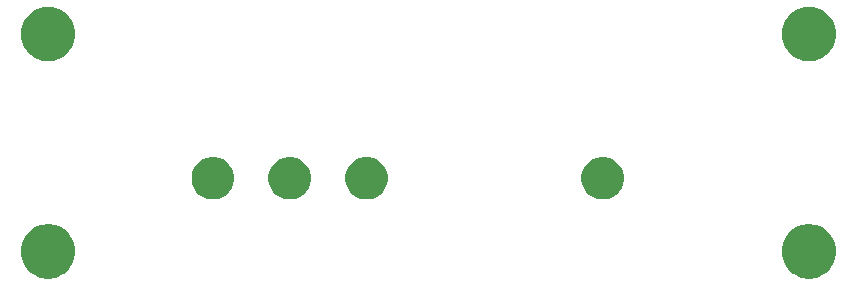
<source format=gbr>
G04 #@! TF.GenerationSoftware,KiCad,Pcbnew,5.1.5-1.fc31*
G04 #@! TF.CreationDate,2020-05-07T20:18:55-05:00*
G04 #@! TF.ProjectId,FrontPanel,46726f6e-7450-4616-9e65-6c2e6b696361,B*
G04 #@! TF.SameCoordinates,Original*
G04 #@! TF.FileFunction,Soldermask,Bot*
G04 #@! TF.FilePolarity,Negative*
%FSLAX46Y46*%
G04 Gerber Fmt 4.6, Leading zero omitted, Abs format (unit mm)*
G04 Created by KiCad (PCBNEW 5.1.5-1.fc31) date 2020-05-07 20:18:55*
%MOMM*%
%LPD*%
G04 APERTURE LIST*
%ADD10C,0.100000*%
G04 APERTURE END LIST*
D10*
G36*
X168148903Y-94943213D02*
G01*
X168371177Y-94987426D01*
X168789932Y-95160880D01*
X169166802Y-95412696D01*
X169487304Y-95733198D01*
X169739120Y-96110068D01*
X169912574Y-96528823D01*
X170001000Y-96973371D01*
X170001000Y-97426629D01*
X169912574Y-97871177D01*
X169739120Y-98289932D01*
X169487304Y-98666802D01*
X169166802Y-98987304D01*
X168789932Y-99239120D01*
X168371177Y-99412574D01*
X168148903Y-99456787D01*
X167926630Y-99501000D01*
X167473370Y-99501000D01*
X167251097Y-99456787D01*
X167028823Y-99412574D01*
X166610068Y-99239120D01*
X166233198Y-98987304D01*
X165912696Y-98666802D01*
X165660880Y-98289932D01*
X165487426Y-97871177D01*
X165399000Y-97426629D01*
X165399000Y-96973371D01*
X165487426Y-96528823D01*
X165660880Y-96110068D01*
X165912696Y-95733198D01*
X166233198Y-95412696D01*
X166610068Y-95160880D01*
X167028823Y-94987426D01*
X167251097Y-94943213D01*
X167473370Y-94899000D01*
X167926630Y-94899000D01*
X168148903Y-94943213D01*
G37*
G36*
X103748903Y-94943213D02*
G01*
X103971177Y-94987426D01*
X104389932Y-95160880D01*
X104766802Y-95412696D01*
X105087304Y-95733198D01*
X105339120Y-96110068D01*
X105512574Y-96528823D01*
X105601000Y-96973371D01*
X105601000Y-97426629D01*
X105512574Y-97871177D01*
X105339120Y-98289932D01*
X105087304Y-98666802D01*
X104766802Y-98987304D01*
X104389932Y-99239120D01*
X103971177Y-99412574D01*
X103748903Y-99456787D01*
X103526630Y-99501000D01*
X103073370Y-99501000D01*
X102851097Y-99456787D01*
X102628823Y-99412574D01*
X102210068Y-99239120D01*
X101833198Y-98987304D01*
X101512696Y-98666802D01*
X101260880Y-98289932D01*
X101087426Y-97871177D01*
X100999000Y-97426629D01*
X100999000Y-96973371D01*
X101087426Y-96528823D01*
X101260880Y-96110068D01*
X101512696Y-95733198D01*
X101833198Y-95412696D01*
X102210068Y-95160880D01*
X102628823Y-94987426D01*
X102851097Y-94943213D01*
X103073370Y-94899000D01*
X103526630Y-94899000D01*
X103748903Y-94943213D01*
G37*
G36*
X150775331Y-89268211D02*
G01*
X151103092Y-89403974D01*
X151398070Y-89601072D01*
X151648928Y-89851930D01*
X151846026Y-90146908D01*
X151981789Y-90474669D01*
X152051000Y-90822616D01*
X152051000Y-91177384D01*
X151981789Y-91525331D01*
X151846026Y-91853092D01*
X151648928Y-92148070D01*
X151398070Y-92398928D01*
X151103092Y-92596026D01*
X150775331Y-92731789D01*
X150427384Y-92801000D01*
X150072616Y-92801000D01*
X149724669Y-92731789D01*
X149396908Y-92596026D01*
X149101930Y-92398928D01*
X148851072Y-92148070D01*
X148653974Y-91853092D01*
X148518211Y-91525331D01*
X148449000Y-91177384D01*
X148449000Y-90822616D01*
X148518211Y-90474669D01*
X148653974Y-90146908D01*
X148851072Y-89851930D01*
X149101930Y-89601072D01*
X149396908Y-89403974D01*
X149724669Y-89268211D01*
X150072616Y-89199000D01*
X150427384Y-89199000D01*
X150775331Y-89268211D01*
G37*
G36*
X130775331Y-89268211D02*
G01*
X131103092Y-89403974D01*
X131398070Y-89601072D01*
X131648928Y-89851930D01*
X131846026Y-90146908D01*
X131981789Y-90474669D01*
X132051000Y-90822616D01*
X132051000Y-91177384D01*
X131981789Y-91525331D01*
X131846026Y-91853092D01*
X131648928Y-92148070D01*
X131398070Y-92398928D01*
X131103092Y-92596026D01*
X130775331Y-92731789D01*
X130427384Y-92801000D01*
X130072616Y-92801000D01*
X129724669Y-92731789D01*
X129396908Y-92596026D01*
X129101930Y-92398928D01*
X128851072Y-92148070D01*
X128653974Y-91853092D01*
X128518211Y-91525331D01*
X128449000Y-91177384D01*
X128449000Y-90822616D01*
X128518211Y-90474669D01*
X128653974Y-90146908D01*
X128851072Y-89851930D01*
X129101930Y-89601072D01*
X129396908Y-89403974D01*
X129724669Y-89268211D01*
X130072616Y-89199000D01*
X130427384Y-89199000D01*
X130775331Y-89268211D01*
G37*
G36*
X124275331Y-89268211D02*
G01*
X124603092Y-89403974D01*
X124898070Y-89601072D01*
X125148928Y-89851930D01*
X125346026Y-90146908D01*
X125481789Y-90474669D01*
X125551000Y-90822616D01*
X125551000Y-91177384D01*
X125481789Y-91525331D01*
X125346026Y-91853092D01*
X125148928Y-92148070D01*
X124898070Y-92398928D01*
X124603092Y-92596026D01*
X124275331Y-92731789D01*
X123927384Y-92801000D01*
X123572616Y-92801000D01*
X123224669Y-92731789D01*
X122896908Y-92596026D01*
X122601930Y-92398928D01*
X122351072Y-92148070D01*
X122153974Y-91853092D01*
X122018211Y-91525331D01*
X121949000Y-91177384D01*
X121949000Y-90822616D01*
X122018211Y-90474669D01*
X122153974Y-90146908D01*
X122351072Y-89851930D01*
X122601930Y-89601072D01*
X122896908Y-89403974D01*
X123224669Y-89268211D01*
X123572616Y-89199000D01*
X123927384Y-89199000D01*
X124275331Y-89268211D01*
G37*
G36*
X117775331Y-89268211D02*
G01*
X118103092Y-89403974D01*
X118398070Y-89601072D01*
X118648928Y-89851930D01*
X118846026Y-90146908D01*
X118981789Y-90474669D01*
X119051000Y-90822616D01*
X119051000Y-91177384D01*
X118981789Y-91525331D01*
X118846026Y-91853092D01*
X118648928Y-92148070D01*
X118398070Y-92398928D01*
X118103092Y-92596026D01*
X117775331Y-92731789D01*
X117427384Y-92801000D01*
X117072616Y-92801000D01*
X116724669Y-92731789D01*
X116396908Y-92596026D01*
X116101930Y-92398928D01*
X115851072Y-92148070D01*
X115653974Y-91853092D01*
X115518211Y-91525331D01*
X115449000Y-91177384D01*
X115449000Y-90822616D01*
X115518211Y-90474669D01*
X115653974Y-90146908D01*
X115851072Y-89851930D01*
X116101930Y-89601072D01*
X116396908Y-89403974D01*
X116724669Y-89268211D01*
X117072616Y-89199000D01*
X117427384Y-89199000D01*
X117775331Y-89268211D01*
G37*
G36*
X168148903Y-76543213D02*
G01*
X168371177Y-76587426D01*
X168789932Y-76760880D01*
X169166802Y-77012696D01*
X169487304Y-77333198D01*
X169739120Y-77710068D01*
X169912574Y-78128823D01*
X170001000Y-78573371D01*
X170001000Y-79026629D01*
X169912574Y-79471177D01*
X169739120Y-79889932D01*
X169487304Y-80266802D01*
X169166802Y-80587304D01*
X168789932Y-80839120D01*
X168371177Y-81012574D01*
X168148903Y-81056787D01*
X167926630Y-81101000D01*
X167473370Y-81101000D01*
X167251097Y-81056787D01*
X167028823Y-81012574D01*
X166610068Y-80839120D01*
X166233198Y-80587304D01*
X165912696Y-80266802D01*
X165660880Y-79889932D01*
X165487426Y-79471177D01*
X165399000Y-79026629D01*
X165399000Y-78573371D01*
X165487426Y-78128823D01*
X165660880Y-77710068D01*
X165912696Y-77333198D01*
X166233198Y-77012696D01*
X166610068Y-76760880D01*
X167028823Y-76587426D01*
X167251097Y-76543213D01*
X167473370Y-76499000D01*
X167926630Y-76499000D01*
X168148903Y-76543213D01*
G37*
G36*
X103748903Y-76543213D02*
G01*
X103971177Y-76587426D01*
X104389932Y-76760880D01*
X104766802Y-77012696D01*
X105087304Y-77333198D01*
X105339120Y-77710068D01*
X105512574Y-78128823D01*
X105601000Y-78573371D01*
X105601000Y-79026629D01*
X105512574Y-79471177D01*
X105339120Y-79889932D01*
X105087304Y-80266802D01*
X104766802Y-80587304D01*
X104389932Y-80839120D01*
X103971177Y-81012574D01*
X103748903Y-81056787D01*
X103526630Y-81101000D01*
X103073370Y-81101000D01*
X102851097Y-81056787D01*
X102628823Y-81012574D01*
X102210068Y-80839120D01*
X101833198Y-80587304D01*
X101512696Y-80266802D01*
X101260880Y-79889932D01*
X101087426Y-79471177D01*
X100999000Y-79026629D01*
X100999000Y-78573371D01*
X101087426Y-78128823D01*
X101260880Y-77710068D01*
X101512696Y-77333198D01*
X101833198Y-77012696D01*
X102210068Y-76760880D01*
X102628823Y-76587426D01*
X102851097Y-76543213D01*
X103073370Y-76499000D01*
X103526630Y-76499000D01*
X103748903Y-76543213D01*
G37*
M02*

</source>
